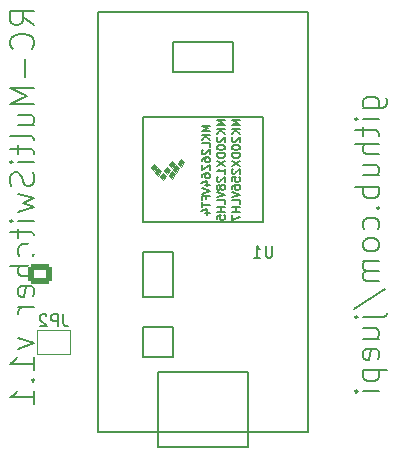
<source format=gbo>
%TF.GenerationSoftware,KiCad,Pcbnew,(6.0.1)*%
%TF.CreationDate,2022-02-24T09:20:58+01:00*%
%TF.ProjectId,RC-MultiSwitcher,52432d4d-756c-4746-9953-776974636865,rev?*%
%TF.SameCoordinates,Original*%
%TF.FileFunction,Legend,Bot*%
%TF.FilePolarity,Positive*%
%FSLAX46Y46*%
G04 Gerber Fmt 4.6, Leading zero omitted, Abs format (unit mm)*
G04 Created by KiCad (PCBNEW (6.0.1)) date 2022-02-24 09:20:58*
%MOMM*%
%LPD*%
G01*
G04 APERTURE LIST*
G04 Aperture macros list*
%AMRoundRect*
0 Rectangle with rounded corners*
0 $1 Rounding radius*
0 $2 $3 $4 $5 $6 $7 $8 $9 X,Y pos of 4 corners*
0 Add a 4 corners polygon primitive as box body*
4,1,4,$2,$3,$4,$5,$6,$7,$8,$9,$2,$3,0*
0 Add four circle primitives for the rounded corners*
1,1,$1+$1,$2,$3*
1,1,$1+$1,$4,$5*
1,1,$1+$1,$6,$7*
1,1,$1+$1,$8,$9*
0 Add four rect primitives between the rounded corners*
20,1,$1+$1,$2,$3,$4,$5,0*
20,1,$1+$1,$4,$5,$6,$7,0*
20,1,$1+$1,$6,$7,$8,$9,0*
20,1,$1+$1,$8,$9,$2,$3,0*%
G04 Aperture macros list end*
%ADD10C,0.150000*%
%ADD11C,0.100000*%
%ADD12C,0.120000*%
%ADD13R,2.200000X2.200000*%
%ADD14O,2.200000X2.200000*%
%ADD15R,1.700000X1.700000*%
%ADD16O,1.700000X1.700000*%
%ADD17RoundRect,0.250000X0.750000X-0.600000X0.750000X0.600000X-0.750000X0.600000X-0.750000X-0.600000X0*%
%ADD18O,2.000000X1.700000*%
%ADD19R,1.600000X1.600000*%
%ADD20C,1.600000*%
%ADD21R,1.000000X1.500000*%
G04 APERTURE END LIST*
D10*
X133619761Y-71566428D02*
X132667380Y-70899761D01*
X133619761Y-70423571D02*
X131619761Y-70423571D01*
X131619761Y-71185476D01*
X131715000Y-71375952D01*
X131810238Y-71471190D01*
X132000714Y-71566428D01*
X132286428Y-71566428D01*
X132476904Y-71471190D01*
X132572142Y-71375952D01*
X132667380Y-71185476D01*
X132667380Y-70423571D01*
X133429285Y-73566428D02*
X133524523Y-73471190D01*
X133619761Y-73185476D01*
X133619761Y-72995000D01*
X133524523Y-72709285D01*
X133334047Y-72518809D01*
X133143571Y-72423571D01*
X132762619Y-72328333D01*
X132476904Y-72328333D01*
X132095952Y-72423571D01*
X131905476Y-72518809D01*
X131715000Y-72709285D01*
X131619761Y-72995000D01*
X131619761Y-73185476D01*
X131715000Y-73471190D01*
X131810238Y-73566428D01*
X132857857Y-74423571D02*
X132857857Y-75947380D01*
X133619761Y-76899761D02*
X131619761Y-76899761D01*
X133048333Y-77566428D01*
X131619761Y-78233095D01*
X133619761Y-78233095D01*
X132286428Y-80042619D02*
X133619761Y-80042619D01*
X132286428Y-79185476D02*
X133334047Y-79185476D01*
X133524523Y-79280714D01*
X133619761Y-79471190D01*
X133619761Y-79756904D01*
X133524523Y-79947380D01*
X133429285Y-80042619D01*
X133619761Y-81280714D02*
X133524523Y-81090238D01*
X133334047Y-80995000D01*
X131619761Y-80995000D01*
X132286428Y-81756904D02*
X132286428Y-82518809D01*
X131619761Y-82042619D02*
X133334047Y-82042619D01*
X133524523Y-82137857D01*
X133619761Y-82328333D01*
X133619761Y-82518809D01*
X133619761Y-83185476D02*
X132286428Y-83185476D01*
X131619761Y-83185476D02*
X131715000Y-83090238D01*
X131810238Y-83185476D01*
X131715000Y-83280714D01*
X131619761Y-83185476D01*
X131810238Y-83185476D01*
X133524523Y-84042619D02*
X133619761Y-84328333D01*
X133619761Y-84804523D01*
X133524523Y-84995000D01*
X133429285Y-85090238D01*
X133238809Y-85185476D01*
X133048333Y-85185476D01*
X132857857Y-85090238D01*
X132762619Y-84995000D01*
X132667380Y-84804523D01*
X132572142Y-84423571D01*
X132476904Y-84233095D01*
X132381666Y-84137857D01*
X132191190Y-84042619D01*
X132000714Y-84042619D01*
X131810238Y-84137857D01*
X131715000Y-84233095D01*
X131619761Y-84423571D01*
X131619761Y-84899761D01*
X131715000Y-85185476D01*
X132286428Y-85852142D02*
X133619761Y-86233095D01*
X132667380Y-86614047D01*
X133619761Y-86995000D01*
X132286428Y-87375952D01*
X133619761Y-88137857D02*
X132286428Y-88137857D01*
X131619761Y-88137857D02*
X131715000Y-88042619D01*
X131810238Y-88137857D01*
X131715000Y-88233095D01*
X131619761Y-88137857D01*
X131810238Y-88137857D01*
X132286428Y-88804523D02*
X132286428Y-89566428D01*
X131619761Y-89090238D02*
X133334047Y-89090238D01*
X133524523Y-89185476D01*
X133619761Y-89375952D01*
X133619761Y-89566428D01*
X133524523Y-91090238D02*
X133619761Y-90899761D01*
X133619761Y-90518809D01*
X133524523Y-90328333D01*
X133429285Y-90233095D01*
X133238809Y-90137857D01*
X132667380Y-90137857D01*
X132476904Y-90233095D01*
X132381666Y-90328333D01*
X132286428Y-90518809D01*
X132286428Y-90899761D01*
X132381666Y-91090238D01*
X133619761Y-91947380D02*
X131619761Y-91947380D01*
X133619761Y-92804523D02*
X132572142Y-92804523D01*
X132381666Y-92709285D01*
X132286428Y-92518809D01*
X132286428Y-92233095D01*
X132381666Y-92042619D01*
X132476904Y-91947380D01*
X133524523Y-94518809D02*
X133619761Y-94328333D01*
X133619761Y-93947380D01*
X133524523Y-93756904D01*
X133334047Y-93661666D01*
X132572142Y-93661666D01*
X132381666Y-93756904D01*
X132286428Y-93947380D01*
X132286428Y-94328333D01*
X132381666Y-94518809D01*
X132572142Y-94614047D01*
X132762619Y-94614047D01*
X132953095Y-93661666D01*
X133619761Y-95471190D02*
X132286428Y-95471190D01*
X132667380Y-95471190D02*
X132476904Y-95566428D01*
X132381666Y-95661666D01*
X132286428Y-95852142D01*
X132286428Y-96042619D01*
X132286428Y-98042619D02*
X133619761Y-98518809D01*
X132286428Y-98994999D01*
X133619761Y-100804523D02*
X133619761Y-99661666D01*
X133619761Y-100233095D02*
X131619761Y-100233095D01*
X131905476Y-100042619D01*
X132095952Y-99852142D01*
X132191190Y-99661666D01*
X133429285Y-101661666D02*
X133524523Y-101756904D01*
X133619761Y-101661666D01*
X133524523Y-101566428D01*
X133429285Y-101661666D01*
X133619761Y-101661666D01*
X133619761Y-103661666D02*
X133619761Y-102518809D01*
X133619761Y-103090238D02*
X131619761Y-103090238D01*
X131905476Y-102899761D01*
X132095952Y-102709285D01*
X132191190Y-102518809D01*
X161496428Y-78598571D02*
X163115476Y-78598571D01*
X163305952Y-78503333D01*
X163401190Y-78408095D01*
X163496428Y-78217619D01*
X163496428Y-77931904D01*
X163401190Y-77741428D01*
X162734523Y-78598571D02*
X162829761Y-78408095D01*
X162829761Y-78027142D01*
X162734523Y-77836666D01*
X162639285Y-77741428D01*
X162448809Y-77646190D01*
X161877380Y-77646190D01*
X161686904Y-77741428D01*
X161591666Y-77836666D01*
X161496428Y-78027142D01*
X161496428Y-78408095D01*
X161591666Y-78598571D01*
X162829761Y-79550952D02*
X161496428Y-79550952D01*
X160829761Y-79550952D02*
X160925000Y-79455714D01*
X161020238Y-79550952D01*
X160925000Y-79646190D01*
X160829761Y-79550952D01*
X161020238Y-79550952D01*
X161496428Y-80217619D02*
X161496428Y-80979523D01*
X160829761Y-80503333D02*
X162544047Y-80503333D01*
X162734523Y-80598571D01*
X162829761Y-80789047D01*
X162829761Y-80979523D01*
X162829761Y-81646190D02*
X160829761Y-81646190D01*
X162829761Y-82503333D02*
X161782142Y-82503333D01*
X161591666Y-82408095D01*
X161496428Y-82217619D01*
X161496428Y-81931904D01*
X161591666Y-81741428D01*
X161686904Y-81646190D01*
X161496428Y-84312857D02*
X162829761Y-84312857D01*
X161496428Y-83455714D02*
X162544047Y-83455714D01*
X162734523Y-83550952D01*
X162829761Y-83741428D01*
X162829761Y-84027142D01*
X162734523Y-84217619D01*
X162639285Y-84312857D01*
X162829761Y-85265238D02*
X160829761Y-85265238D01*
X161591666Y-85265238D02*
X161496428Y-85455714D01*
X161496428Y-85836666D01*
X161591666Y-86027142D01*
X161686904Y-86122380D01*
X161877380Y-86217619D01*
X162448809Y-86217619D01*
X162639285Y-86122380D01*
X162734523Y-86027142D01*
X162829761Y-85836666D01*
X162829761Y-85455714D01*
X162734523Y-85265238D01*
X162639285Y-87074761D02*
X162734523Y-87170000D01*
X162829761Y-87074761D01*
X162734523Y-86979523D01*
X162639285Y-87074761D01*
X162829761Y-87074761D01*
X162734523Y-88884285D02*
X162829761Y-88693809D01*
X162829761Y-88312857D01*
X162734523Y-88122380D01*
X162639285Y-88027142D01*
X162448809Y-87931904D01*
X161877380Y-87931904D01*
X161686904Y-88027142D01*
X161591666Y-88122380D01*
X161496428Y-88312857D01*
X161496428Y-88693809D01*
X161591666Y-88884285D01*
X162829761Y-90027142D02*
X162734523Y-89836666D01*
X162639285Y-89741428D01*
X162448809Y-89646190D01*
X161877380Y-89646190D01*
X161686904Y-89741428D01*
X161591666Y-89836666D01*
X161496428Y-90027142D01*
X161496428Y-90312857D01*
X161591666Y-90503333D01*
X161686904Y-90598571D01*
X161877380Y-90693809D01*
X162448809Y-90693809D01*
X162639285Y-90598571D01*
X162734523Y-90503333D01*
X162829761Y-90312857D01*
X162829761Y-90027142D01*
X162829761Y-91550952D02*
X161496428Y-91550952D01*
X161686904Y-91550952D02*
X161591666Y-91646190D01*
X161496428Y-91836666D01*
X161496428Y-92122380D01*
X161591666Y-92312857D01*
X161782142Y-92408095D01*
X162829761Y-92408095D01*
X161782142Y-92408095D02*
X161591666Y-92503333D01*
X161496428Y-92693809D01*
X161496428Y-92979523D01*
X161591666Y-93170000D01*
X161782142Y-93265238D01*
X162829761Y-93265238D01*
X160734523Y-95646190D02*
X163305952Y-93931904D01*
X161496428Y-96312857D02*
X163210714Y-96312857D01*
X163401190Y-96217619D01*
X163496428Y-96027142D01*
X163496428Y-95931904D01*
X160829761Y-96312857D02*
X160925000Y-96217619D01*
X161020238Y-96312857D01*
X160925000Y-96408095D01*
X160829761Y-96312857D01*
X161020238Y-96312857D01*
X161496428Y-98122380D02*
X162829761Y-98122380D01*
X161496428Y-97265238D02*
X162544047Y-97265238D01*
X162734523Y-97360476D01*
X162829761Y-97550952D01*
X162829761Y-97836666D01*
X162734523Y-98027142D01*
X162639285Y-98122380D01*
X162734523Y-99836666D02*
X162829761Y-99646190D01*
X162829761Y-99265238D01*
X162734523Y-99074761D01*
X162544047Y-98979523D01*
X161782142Y-98979523D01*
X161591666Y-99074761D01*
X161496428Y-99265238D01*
X161496428Y-99646190D01*
X161591666Y-99836666D01*
X161782142Y-99931904D01*
X161972619Y-99931904D01*
X162163095Y-98979523D01*
X161496428Y-100789047D02*
X163496428Y-100789047D01*
X161591666Y-100789047D02*
X161496428Y-100979523D01*
X161496428Y-101360476D01*
X161591666Y-101550952D01*
X161686904Y-101646190D01*
X161877380Y-101741428D01*
X162448809Y-101741428D01*
X162639285Y-101646190D01*
X162734523Y-101550952D01*
X162829761Y-101360476D01*
X162829761Y-100979523D01*
X162734523Y-100789047D01*
X162829761Y-102598571D02*
X161496428Y-102598571D01*
X160829761Y-102598571D02*
X160925000Y-102503333D01*
X161020238Y-102598571D01*
X160925000Y-102693809D01*
X160829761Y-102598571D01*
X161020238Y-102598571D01*
X153796904Y-90257380D02*
X153796904Y-91066904D01*
X153749285Y-91162142D01*
X153701666Y-91209761D01*
X153606428Y-91257380D01*
X153415952Y-91257380D01*
X153320714Y-91209761D01*
X153273095Y-91162142D01*
X153225476Y-91066904D01*
X153225476Y-90257380D01*
X152225476Y-91257380D02*
X152796904Y-91257380D01*
X152511190Y-91257380D02*
X152511190Y-90257380D01*
X152606428Y-90400238D01*
X152701666Y-90495476D01*
X152796904Y-90543095D01*
X151065666Y-79603333D02*
X150365666Y-79603333D01*
X150865666Y-79836666D01*
X150365666Y-80070000D01*
X151065666Y-80070000D01*
X151065666Y-80403333D02*
X150365666Y-80403333D01*
X151065666Y-80803333D02*
X150665666Y-80503333D01*
X150365666Y-80803333D02*
X150765666Y-80403333D01*
X150432333Y-81070000D02*
X150399000Y-81103333D01*
X150365666Y-81170000D01*
X150365666Y-81336666D01*
X150399000Y-81403333D01*
X150432333Y-81436666D01*
X150499000Y-81470000D01*
X150565666Y-81470000D01*
X150665666Y-81436666D01*
X151065666Y-81036666D01*
X151065666Y-81470000D01*
X150365666Y-81903333D02*
X150365666Y-81970000D01*
X150399000Y-82036666D01*
X150432333Y-82070000D01*
X150499000Y-82103333D01*
X150632333Y-82136666D01*
X150799000Y-82136666D01*
X150932333Y-82103333D01*
X150999000Y-82070000D01*
X151032333Y-82036666D01*
X151065666Y-81970000D01*
X151065666Y-81903333D01*
X151032333Y-81836666D01*
X150999000Y-81803333D01*
X150932333Y-81770000D01*
X150799000Y-81736666D01*
X150632333Y-81736666D01*
X150499000Y-81770000D01*
X150432333Y-81803333D01*
X150399000Y-81836666D01*
X150365666Y-81903333D01*
X151065666Y-82436666D02*
X150365666Y-82436666D01*
X150365666Y-82603333D01*
X150399000Y-82703333D01*
X150465666Y-82770000D01*
X150532333Y-82803333D01*
X150665666Y-82836666D01*
X150765666Y-82836666D01*
X150899000Y-82803333D01*
X150965666Y-82770000D01*
X151032333Y-82703333D01*
X151065666Y-82603333D01*
X151065666Y-82436666D01*
X150365666Y-83070000D02*
X151065666Y-83536666D01*
X150365666Y-83536666D02*
X151065666Y-83070000D01*
X150432333Y-83770000D02*
X150399000Y-83803333D01*
X150365666Y-83870000D01*
X150365666Y-84036666D01*
X150399000Y-84103333D01*
X150432333Y-84136666D01*
X150499000Y-84170000D01*
X150565666Y-84170000D01*
X150665666Y-84136666D01*
X151065666Y-83736666D01*
X151065666Y-84170000D01*
X150365666Y-84803333D02*
X150365666Y-84470000D01*
X150699000Y-84436666D01*
X150665666Y-84470000D01*
X150632333Y-84536666D01*
X150632333Y-84703333D01*
X150665666Y-84770000D01*
X150699000Y-84803333D01*
X150765666Y-84836666D01*
X150932333Y-84836666D01*
X150999000Y-84803333D01*
X151032333Y-84770000D01*
X151065666Y-84703333D01*
X151065666Y-84536666D01*
X151032333Y-84470000D01*
X150999000Y-84436666D01*
X150365666Y-85436666D02*
X150365666Y-85303333D01*
X150399000Y-85236666D01*
X150432333Y-85203333D01*
X150532333Y-85136666D01*
X150665666Y-85103333D01*
X150932333Y-85103333D01*
X150999000Y-85136666D01*
X151032333Y-85170000D01*
X151065666Y-85236666D01*
X151065666Y-85370000D01*
X151032333Y-85436666D01*
X150999000Y-85470000D01*
X150932333Y-85503333D01*
X150765666Y-85503333D01*
X150699000Y-85470000D01*
X150665666Y-85436666D01*
X150632333Y-85370000D01*
X150632333Y-85236666D01*
X150665666Y-85170000D01*
X150699000Y-85136666D01*
X150765666Y-85103333D01*
X150365666Y-85703333D02*
X151065666Y-85936666D01*
X150365666Y-86170000D01*
X151065666Y-86736666D02*
X151065666Y-86403333D01*
X150365666Y-86403333D01*
X151065666Y-86970000D02*
X150365666Y-86970000D01*
X150699000Y-86970000D02*
X150699000Y-87370000D01*
X151065666Y-87370000D02*
X150365666Y-87370000D01*
X150365666Y-87636666D02*
X150365666Y-88103333D01*
X151065666Y-87803333D01*
X149795666Y-79603333D02*
X149095666Y-79603333D01*
X149595666Y-79836666D01*
X149095666Y-80070000D01*
X149795666Y-80070000D01*
X149795666Y-80403333D02*
X149095666Y-80403333D01*
X149795666Y-80803333D02*
X149395666Y-80503333D01*
X149095666Y-80803333D02*
X149495666Y-80403333D01*
X149162333Y-81070000D02*
X149129000Y-81103333D01*
X149095666Y-81170000D01*
X149095666Y-81336666D01*
X149129000Y-81403333D01*
X149162333Y-81436666D01*
X149229000Y-81470000D01*
X149295666Y-81470000D01*
X149395666Y-81436666D01*
X149795666Y-81036666D01*
X149795666Y-81470000D01*
X149095666Y-81903333D02*
X149095666Y-81970000D01*
X149129000Y-82036666D01*
X149162333Y-82070000D01*
X149229000Y-82103333D01*
X149362333Y-82136666D01*
X149529000Y-82136666D01*
X149662333Y-82103333D01*
X149729000Y-82070000D01*
X149762333Y-82036666D01*
X149795666Y-81970000D01*
X149795666Y-81903333D01*
X149762333Y-81836666D01*
X149729000Y-81803333D01*
X149662333Y-81770000D01*
X149529000Y-81736666D01*
X149362333Y-81736666D01*
X149229000Y-81770000D01*
X149162333Y-81803333D01*
X149129000Y-81836666D01*
X149095666Y-81903333D01*
X149795666Y-82436666D02*
X149095666Y-82436666D01*
X149095666Y-82603333D01*
X149129000Y-82703333D01*
X149195666Y-82770000D01*
X149262333Y-82803333D01*
X149395666Y-82836666D01*
X149495666Y-82836666D01*
X149629000Y-82803333D01*
X149695666Y-82770000D01*
X149762333Y-82703333D01*
X149795666Y-82603333D01*
X149795666Y-82436666D01*
X149095666Y-83070000D02*
X149795666Y-83536666D01*
X149095666Y-83536666D02*
X149795666Y-83070000D01*
X149795666Y-84170000D02*
X149795666Y-83770000D01*
X149795666Y-83970000D02*
X149095666Y-83970000D01*
X149195666Y-83903333D01*
X149262333Y-83836666D01*
X149295666Y-83770000D01*
X149162333Y-84436666D02*
X149129000Y-84470000D01*
X149095666Y-84536666D01*
X149095666Y-84703333D01*
X149129000Y-84770000D01*
X149162333Y-84803333D01*
X149229000Y-84836666D01*
X149295666Y-84836666D01*
X149395666Y-84803333D01*
X149795666Y-84403333D01*
X149795666Y-84836666D01*
X149395666Y-85236666D02*
X149362333Y-85170000D01*
X149329000Y-85136666D01*
X149262333Y-85103333D01*
X149229000Y-85103333D01*
X149162333Y-85136666D01*
X149129000Y-85170000D01*
X149095666Y-85236666D01*
X149095666Y-85370000D01*
X149129000Y-85436666D01*
X149162333Y-85470000D01*
X149229000Y-85503333D01*
X149262333Y-85503333D01*
X149329000Y-85470000D01*
X149362333Y-85436666D01*
X149395666Y-85370000D01*
X149395666Y-85236666D01*
X149429000Y-85170000D01*
X149462333Y-85136666D01*
X149529000Y-85103333D01*
X149662333Y-85103333D01*
X149729000Y-85136666D01*
X149762333Y-85170000D01*
X149795666Y-85236666D01*
X149795666Y-85370000D01*
X149762333Y-85436666D01*
X149729000Y-85470000D01*
X149662333Y-85503333D01*
X149529000Y-85503333D01*
X149462333Y-85470000D01*
X149429000Y-85436666D01*
X149395666Y-85370000D01*
X149095666Y-85703333D02*
X149795666Y-85936666D01*
X149095666Y-86170000D01*
X149795666Y-86736666D02*
X149795666Y-86403333D01*
X149095666Y-86403333D01*
X149795666Y-86970000D02*
X149095666Y-86970000D01*
X149429000Y-86970000D02*
X149429000Y-87370000D01*
X149795666Y-87370000D02*
X149095666Y-87370000D01*
X149095666Y-88036666D02*
X149095666Y-87703333D01*
X149429000Y-87670000D01*
X149395666Y-87703333D01*
X149362333Y-87770000D01*
X149362333Y-87936666D01*
X149395666Y-88003333D01*
X149429000Y-88036666D01*
X149495666Y-88070000D01*
X149662333Y-88070000D01*
X149729000Y-88036666D01*
X149762333Y-88003333D01*
X149795666Y-87936666D01*
X149795666Y-87770000D01*
X149762333Y-87703333D01*
X149729000Y-87670000D01*
X148525666Y-80086666D02*
X147825666Y-80086666D01*
X148325666Y-80320000D01*
X147825666Y-80553333D01*
X148525666Y-80553333D01*
X148525666Y-80886666D02*
X147825666Y-80886666D01*
X148525666Y-81286666D02*
X148125666Y-80986666D01*
X147825666Y-81286666D02*
X148225666Y-80886666D01*
X148525666Y-81920000D02*
X148525666Y-81586666D01*
X147825666Y-81586666D01*
X147892333Y-82120000D02*
X147859000Y-82153333D01*
X147825666Y-82220000D01*
X147825666Y-82386666D01*
X147859000Y-82453333D01*
X147892333Y-82486666D01*
X147959000Y-82520000D01*
X148025666Y-82520000D01*
X148125666Y-82486666D01*
X148525666Y-82086666D01*
X148525666Y-82520000D01*
X147825666Y-83120000D02*
X147825666Y-82986666D01*
X147859000Y-82920000D01*
X147892333Y-82886666D01*
X147992333Y-82820000D01*
X148125666Y-82786666D01*
X148392333Y-82786666D01*
X148459000Y-82820000D01*
X148492333Y-82853333D01*
X148525666Y-82920000D01*
X148525666Y-83053333D01*
X148492333Y-83120000D01*
X148459000Y-83153333D01*
X148392333Y-83186666D01*
X148225666Y-83186666D01*
X148159000Y-83153333D01*
X148125666Y-83120000D01*
X148092333Y-83053333D01*
X148092333Y-82920000D01*
X148125666Y-82853333D01*
X148159000Y-82820000D01*
X148225666Y-82786666D01*
X147825666Y-83420000D02*
X147825666Y-83886666D01*
X148525666Y-83420000D01*
X148525666Y-83886666D01*
X147825666Y-84453333D02*
X147825666Y-84320000D01*
X147859000Y-84253333D01*
X147892333Y-84220000D01*
X147992333Y-84153333D01*
X148125666Y-84120000D01*
X148392333Y-84120000D01*
X148459000Y-84153333D01*
X148492333Y-84186666D01*
X148525666Y-84253333D01*
X148525666Y-84386666D01*
X148492333Y-84453333D01*
X148459000Y-84486666D01*
X148392333Y-84520000D01*
X148225666Y-84520000D01*
X148159000Y-84486666D01*
X148125666Y-84453333D01*
X148092333Y-84386666D01*
X148092333Y-84253333D01*
X148125666Y-84186666D01*
X148159000Y-84153333D01*
X148225666Y-84120000D01*
X148059000Y-85120000D02*
X148525666Y-85120000D01*
X147792333Y-84953333D02*
X148292333Y-84786666D01*
X148292333Y-85220000D01*
X147825666Y-85386666D02*
X148525666Y-85620000D01*
X147825666Y-85853333D01*
X148159000Y-86320000D02*
X148159000Y-86086666D01*
X148525666Y-86086666D02*
X147825666Y-86086666D01*
X147825666Y-86420000D01*
X147825666Y-86586666D02*
X147825666Y-86986666D01*
X148525666Y-86786666D02*
X147825666Y-86786666D01*
X148059000Y-87520000D02*
X148525666Y-87520000D01*
X147792333Y-87353333D02*
X148292333Y-87186666D01*
X148292333Y-87620000D01*
X136088333Y-96077380D02*
X136088333Y-96791666D01*
X136135952Y-96934523D01*
X136231190Y-97029761D01*
X136374047Y-97077380D01*
X136469285Y-97077380D01*
X135612142Y-97077380D02*
X135612142Y-96077380D01*
X135231190Y-96077380D01*
X135135952Y-96125000D01*
X135088333Y-96172619D01*
X135040714Y-96267857D01*
X135040714Y-96410714D01*
X135088333Y-96505952D01*
X135135952Y-96553571D01*
X135231190Y-96601190D01*
X135612142Y-96601190D01*
X134659761Y-96172619D02*
X134612142Y-96125000D01*
X134516904Y-96077380D01*
X134278809Y-96077380D01*
X134183571Y-96125000D01*
X134135952Y-96172619D01*
X134088333Y-96267857D01*
X134088333Y-96363095D01*
X134135952Y-96505952D01*
X134707380Y-97077380D01*
X134088333Y-97077380D01*
X144145000Y-100965000D02*
X151765000Y-100965000D01*
X153035000Y-88265000D02*
X142875000Y-88265000D01*
X145415000Y-73025000D02*
X145415000Y-75565000D01*
X144145000Y-100965000D02*
X144145000Y-106045000D01*
X142875000Y-99695000D02*
X142875000Y-97155000D01*
X151765000Y-107315000D02*
X151765000Y-106045000D01*
X145415000Y-75565000D02*
X150495000Y-75565000D01*
X139065000Y-70485000D02*
X139065000Y-106045000D01*
X142875000Y-94615000D02*
X142875000Y-90805000D01*
X145415000Y-90805000D02*
X145415000Y-94615000D01*
X142875000Y-97155000D02*
X145415000Y-97155000D01*
X156845000Y-106045000D02*
X156845000Y-70485000D01*
X156845000Y-70485000D02*
X139065000Y-70485000D01*
X145415000Y-94615000D02*
X142875000Y-94615000D01*
X142875000Y-79375000D02*
X153035000Y-79375000D01*
X144145000Y-107315000D02*
X151765000Y-107315000D01*
X142875000Y-79375000D02*
X142875000Y-88265000D01*
X145415000Y-97155000D02*
X145415000Y-99695000D01*
X150495000Y-75565000D02*
X150495000Y-73025000D01*
X151765000Y-100965000D02*
X151765000Y-106045000D01*
X145415000Y-99695000D02*
X142875000Y-99695000D01*
X139065000Y-106045000D02*
X156845000Y-106045000D01*
X142875000Y-90805000D02*
X145415000Y-90805000D01*
X144145000Y-106045000D02*
X144145000Y-107315000D01*
X150495000Y-73025000D02*
X145415000Y-73025000D01*
X153035000Y-79375000D02*
X153035000Y-88265000D01*
D11*
X143510000Y-83693000D02*
X143764000Y-83947000D01*
X143764000Y-83947000D02*
X144018000Y-83566000D01*
X144018000Y-83566000D02*
X143764000Y-83312000D01*
X143764000Y-83312000D02*
X143510000Y-83693000D01*
G36*
X144018000Y-83566000D02*
G01*
X143764000Y-83947000D01*
X143510000Y-83693000D01*
X143764000Y-83312000D01*
X144018000Y-83566000D01*
G37*
X144018000Y-83566000D02*
X143764000Y-83947000D01*
X143510000Y-83693000D01*
X143764000Y-83312000D01*
X144018000Y-83566000D01*
X145796000Y-83312000D02*
X146050000Y-83566000D01*
X146050000Y-83566000D02*
X146304000Y-83185000D01*
X146304000Y-83185000D02*
X146050000Y-82931000D01*
X146050000Y-82931000D02*
X145796000Y-83312000D01*
G36*
X146304000Y-83185000D02*
G01*
X146050000Y-83566000D01*
X145796000Y-83312000D01*
X146050000Y-82931000D01*
X146304000Y-83185000D01*
G37*
X146304000Y-83185000D02*
X146050000Y-83566000D01*
X145796000Y-83312000D01*
X146050000Y-82931000D01*
X146304000Y-83185000D01*
X145034000Y-84328000D02*
X145288000Y-84582000D01*
X145288000Y-84582000D02*
X145542000Y-84201000D01*
X145542000Y-84201000D02*
X145288000Y-83947000D01*
X145288000Y-83947000D02*
X145034000Y-84328000D01*
G36*
X145542000Y-84201000D02*
G01*
X145288000Y-84582000D01*
X145034000Y-84328000D01*
X145288000Y-83947000D01*
X145542000Y-84201000D01*
G37*
X145542000Y-84201000D02*
X145288000Y-84582000D01*
X145034000Y-84328000D01*
X145288000Y-83947000D01*
X145542000Y-84201000D01*
X143891000Y-84074000D02*
X144145000Y-84328000D01*
X144145000Y-84328000D02*
X144399000Y-83947000D01*
X144399000Y-83947000D02*
X144145000Y-83693000D01*
X144145000Y-83693000D02*
X143891000Y-84074000D01*
G36*
X144399000Y-83947000D02*
G01*
X144145000Y-84328000D01*
X143891000Y-84074000D01*
X144145000Y-83693000D01*
X144399000Y-83947000D01*
G37*
X144399000Y-83947000D02*
X144145000Y-84328000D01*
X143891000Y-84074000D01*
X144145000Y-83693000D01*
X144399000Y-83947000D01*
X145415000Y-83820000D02*
X145669000Y-84074000D01*
X145669000Y-84074000D02*
X145923000Y-83693000D01*
X145923000Y-83693000D02*
X145669000Y-83439000D01*
X145669000Y-83439000D02*
X145415000Y-83820000D01*
G36*
X145923000Y-83693000D02*
G01*
X145669000Y-84074000D01*
X145415000Y-83820000D01*
X145669000Y-83439000D01*
X145923000Y-83693000D01*
G37*
X145923000Y-83693000D02*
X145669000Y-84074000D01*
X145415000Y-83820000D01*
X145669000Y-83439000D01*
X145923000Y-83693000D01*
X145034000Y-83439000D02*
X145288000Y-83693000D01*
X145288000Y-83693000D02*
X145542000Y-83312000D01*
X145542000Y-83312000D02*
X145288000Y-83058000D01*
X145288000Y-83058000D02*
X145034000Y-83439000D01*
G36*
X145542000Y-83312000D02*
G01*
X145288000Y-83693000D01*
X145034000Y-83439000D01*
X145288000Y-83058000D01*
X145542000Y-83312000D01*
G37*
X145542000Y-83312000D02*
X145288000Y-83693000D01*
X145034000Y-83439000D01*
X145288000Y-83058000D01*
X145542000Y-83312000D01*
X144653000Y-83947000D02*
X144907000Y-84201000D01*
X144907000Y-84201000D02*
X145161000Y-83820000D01*
X145161000Y-83820000D02*
X144907000Y-83566000D01*
X144907000Y-83566000D02*
X144653000Y-83947000D01*
G36*
X145161000Y-83820000D02*
G01*
X144907000Y-84201000D01*
X144653000Y-83947000D01*
X144907000Y-83566000D01*
X145161000Y-83820000D01*
G37*
X145161000Y-83820000D02*
X144907000Y-84201000D01*
X144653000Y-83947000D01*
X144907000Y-83566000D01*
X145161000Y-83820000D01*
X144272000Y-84455000D02*
X144526000Y-84709000D01*
X144526000Y-84709000D02*
X144780000Y-84328000D01*
X144780000Y-84328000D02*
X144526000Y-84074000D01*
X144526000Y-84074000D02*
X144272000Y-84455000D01*
G36*
X144780000Y-84328000D02*
G01*
X144526000Y-84709000D01*
X144272000Y-84455000D01*
X144526000Y-84074000D01*
X144780000Y-84328000D01*
G37*
X144780000Y-84328000D02*
X144526000Y-84709000D01*
X144272000Y-84455000D01*
X144526000Y-84074000D01*
X144780000Y-84328000D01*
D12*
X136655000Y-97425000D02*
X133855000Y-97425000D01*
X133855000Y-97425000D02*
X133855000Y-99425000D01*
X136655000Y-99425000D02*
X136655000Y-97425000D01*
X133855000Y-99425000D02*
X136655000Y-99425000D01*
%LPC*%
D13*
X159821766Y-64135000D03*
D14*
X157281766Y-64135000D03*
D13*
X148391766Y-64135000D03*
D14*
X145851766Y-64135000D03*
D13*
X136961766Y-64135000D03*
D14*
X134421766Y-64135000D03*
D13*
X142676766Y-64135000D03*
D14*
X140136766Y-64135000D03*
D15*
X135890000Y-85090000D03*
D16*
X135890000Y-82550000D03*
X135890000Y-80010000D03*
X135890000Y-77470000D03*
X135890000Y-74930000D03*
X135890000Y-72390000D03*
D15*
X133345000Y-67945000D03*
D16*
X135885000Y-67945000D03*
X138425000Y-67945000D03*
X140965000Y-67945000D03*
X143505000Y-67945000D03*
X146045000Y-67945000D03*
X148585000Y-67945000D03*
X151125000Y-67945000D03*
X153665000Y-67945000D03*
X156205000Y-67945000D03*
X158745000Y-67945000D03*
X161285000Y-67945000D03*
D15*
X159385000Y-75560000D03*
D16*
X159385000Y-78100000D03*
X159385000Y-80640000D03*
X159385000Y-83180000D03*
X159385000Y-85720000D03*
X159385000Y-88260000D03*
X159385000Y-90800000D03*
X159385000Y-93340000D03*
X159385000Y-95880000D03*
X159385000Y-98420000D03*
X159385000Y-100960000D03*
X159385000Y-103500000D03*
D13*
X161091766Y-71755000D03*
D14*
X158551766Y-71755000D03*
D17*
X134095000Y-92690000D03*
D18*
X134095000Y-90190000D03*
D13*
X154106766Y-64135000D03*
D14*
X151566766Y-64135000D03*
D19*
X140335000Y-104775000D03*
D20*
X140335000Y-102235000D03*
X140335000Y-99695000D03*
X140335000Y-97155000D03*
X140335000Y-94615000D03*
X140335000Y-92075000D03*
X140335000Y-89535000D03*
X140335000Y-86995000D03*
X140335000Y-84455000D03*
X140335000Y-81915000D03*
X140335000Y-79375000D03*
X140335000Y-76835000D03*
X140335000Y-74295000D03*
X140335000Y-71755000D03*
X155575000Y-71755000D03*
X155575000Y-74295000D03*
X155575000Y-76835000D03*
X155575000Y-79375000D03*
X155575000Y-81915000D03*
X155575000Y-84455000D03*
X155575000Y-86995000D03*
X155575000Y-89535000D03*
X155575000Y-92075000D03*
X155575000Y-94615000D03*
X155575000Y-97155000D03*
X155575000Y-99695000D03*
X155575000Y-102235000D03*
X155575000Y-104775000D03*
D21*
X135905000Y-98425000D03*
X134605000Y-98425000D03*
M02*

</source>
